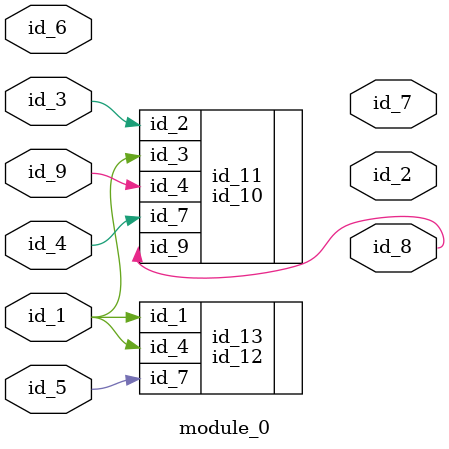
<source format=v>
module module_0 (
    id_1,
    id_2,
    id_3,
    id_4,
    id_5,
    id_6,
    id_7,
    id_8,
    id_9
);
  input id_9;
  output id_8;
  output id_7;
  input id_6;
  input id_5;
  input id_4;
  input id_3;
  output id_2;
  input id_1;
  id_10 id_11 (
      .id_9(id_8),
      .id_3(id_1),
      .id_7(id_4),
      .id_4(id_8),
      .id_4(id_9),
      .id_2(id_3)
  );
  id_12 id_13 (
      .id_7(id_5),
      .id_1(id_8),
      .id_1(id_1),
      .id_4(id_1)
  );
endmodule

</source>
